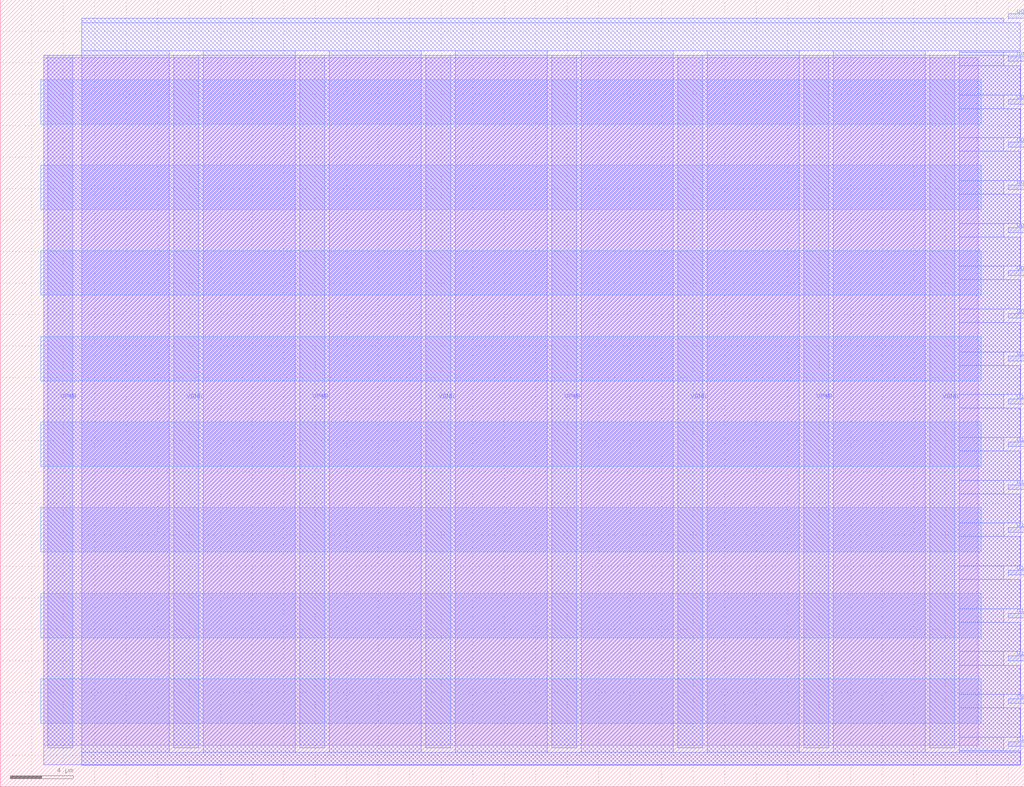
<source format=lef>
VERSION 5.7 ;
  NOWIREEXTENSIONATPIN ON ;
  DIVIDERCHAR "/" ;
  BUSBITCHARS "[]" ;
MACRO tt_um_micro_gfg_development_nco
  CLASS BLOCK ;
  FOREIGN tt_um_micro_gfg_development_nco ;
  ORIGIN 0.000 0.000 ;
  SIZE 65.000 BY 50.000 ;
  PIN VGND
    DIRECTION INOUT ;
    USE GROUND ;
    PORT
      LAYER met2 ;
        RECT 11.000 2.480 12.600 46.480 ;
    END
    PORT
      LAYER met2 ;
        RECT 27.000 2.480 28.600 46.480 ;
    END
    PORT
      LAYER met2 ;
        RECT 43.000 2.480 44.600 46.480 ;
    END
    PORT
      LAYER met2 ;
        RECT 59.000 2.480 60.600 46.480 ;
    END
  END VGND
  PIN VPWR
    DIRECTION INOUT ;
    USE POWER ;
    PORT
      LAYER met2 ;
        RECT 3.000 2.480 4.600 46.480 ;
    END
    PORT
      LAYER met2 ;
        RECT 19.000 2.480 20.600 46.480 ;
    END
    PORT
      LAYER met2 ;
        RECT 35.000 2.480 36.600 46.480 ;
    END
    PORT
      LAYER met2 ;
        RECT 51.000 2.480 52.600 46.480 ;
    END
  END VPWR
  PIN clk
    DIRECTION INPUT ;
    USE SIGNAL ;
    ANTENNAGATEAREA 0.852000 ;
    PORT
      LAYER met2 ;
        RECT 64.000 2.570 65.000 2.870 ;
    END
  END clk
  PIN rst_n
    DIRECTION INPUT ;
    USE SIGNAL ;
    ANTENNAGATEAREA 0.196500 ;
    PORT
      LAYER met2 ;
        RECT 64.000 5.290 65.000 5.590 ;
    END
  END rst_n
  PIN ui_in[0]
    DIRECTION INPUT ;
    USE SIGNAL ;
    ANTENNAGATEAREA 0.196500 ;
    PORT
      LAYER met2 ;
        RECT 64.000 8.010 65.000 8.310 ;
    END
  END ui_in[0]
  PIN ui_in[1]
    DIRECTION INPUT ;
    USE SIGNAL ;
    ANTENNAGATEAREA 0.196500 ;
    PORT
      LAYER met2 ;
        RECT 64.000 10.730 65.000 11.030 ;
    END
  END ui_in[1]
  PIN ui_in[2]
    DIRECTION INPUT ;
    USE SIGNAL ;
    ANTENNAGATEAREA 0.196500 ;
    PORT
      LAYER met2 ;
        RECT 64.000 13.450 65.000 13.750 ;
    END
  END ui_in[2]
  PIN ui_in[3]
    DIRECTION INPUT ;
    USE SIGNAL ;
    ANTENNAGATEAREA 0.196500 ;
    PORT
      LAYER met2 ;
        RECT 64.000 16.170 65.000 16.470 ;
    END
  END ui_in[3]
  PIN ui_in[4]
    DIRECTION INPUT ;
    USE SIGNAL ;
    ANTENNAGATEAREA 0.196500 ;
    PORT
      LAYER met2 ;
        RECT 64.000 18.890 65.000 19.190 ;
    END
  END ui_in[4]
  PIN ui_in[5]
    DIRECTION INPUT ;
    USE SIGNAL ;
    ANTENNAGATEAREA 0.196500 ;
    PORT
      LAYER met2 ;
        RECT 64.000 21.610 65.000 21.910 ;
    END
  END ui_in[5]
  PIN ui_in[6]
    DIRECTION INPUT ;
    USE SIGNAL ;
    ANTENNAGATEAREA 0.196500 ;
    PORT
      LAYER met2 ;
        RECT 64.000 24.330 65.000 24.630 ;
    END
  END ui_in[6]
  PIN ui_in[7]
    DIRECTION INPUT ;
    USE SIGNAL ;
    ANTENNAGATEAREA 0.196500 ;
    PORT
      LAYER met2 ;
        RECT 64.000 27.050 65.000 27.350 ;
    END
  END ui_in[7]
  PIN uo_out[0]
    DIRECTION OUTPUT ;
    USE SIGNAL ;
    ANTENNADIFFAREA 0.445500 ;
    PORT
      LAYER met2 ;
        RECT 64.000 29.770 65.000 30.070 ;
    END
  END uo_out[0]
  PIN uo_out[1]
    DIRECTION OUTPUT ;
    USE SIGNAL ;
    ANTENNADIFFAREA 0.445500 ;
    PORT
      LAYER met2 ;
        RECT 64.000 32.490 65.000 32.790 ;
    END
  END uo_out[1]
  PIN uo_out[2]
    DIRECTION OUTPUT ;
    USE SIGNAL ;
    ANTENNADIFFAREA 0.445500 ;
    PORT
      LAYER met2 ;
        RECT 64.000 35.210 65.000 35.510 ;
    END
  END uo_out[2]
  PIN uo_out[3]
    DIRECTION OUTPUT ;
    USE SIGNAL ;
    ANTENNADIFFAREA 0.445500 ;
    PORT
      LAYER met2 ;
        RECT 64.000 37.930 65.000 38.230 ;
    END
  END uo_out[3]
  PIN uo_out[4]
    DIRECTION OUTPUT ;
    USE SIGNAL ;
    ANTENNADIFFAREA 0.445500 ;
    PORT
      LAYER met2 ;
        RECT 64.000 40.650 65.000 40.950 ;
    END
  END uo_out[4]
  PIN uo_out[5]
    DIRECTION OUTPUT ;
    USE SIGNAL ;
    ANTENNADIFFAREA 0.445500 ;
    PORT
      LAYER met2 ;
        RECT 64.000 43.370 65.000 43.670 ;
    END
  END uo_out[5]
  PIN uo_out[6]
    DIRECTION OUTPUT ;
    USE SIGNAL ;
    ANTENNADIFFAREA 0.445500 ;
    PORT
      LAYER met2 ;
        RECT 64.000 46.090 65.000 46.390 ;
    END
  END uo_out[6]
  PIN uo_out[7]
    DIRECTION OUTPUT ;
    USE SIGNAL ;
    ANTENNADIFFAREA 0.795200 ;
    PORT
      LAYER met2 ;
        RECT 64.000 48.810 65.000 49.110 ;
    END
  END uo_out[7]
  OBS
      LAYER nwell ;
        RECT 2.570 42.105 62.290 44.935 ;
        RECT 2.570 36.665 62.290 39.495 ;
        RECT 2.570 31.225 62.290 34.055 ;
        RECT 2.570 25.785 62.290 28.615 ;
        RECT 2.570 20.345 62.290 23.175 ;
        RECT 2.570 14.905 62.290 17.735 ;
        RECT 2.570 9.465 62.290 12.295 ;
        RECT 2.570 4.025 62.290 6.855 ;
      LAYER li1 ;
        RECT 2.760 2.635 62.100 46.325 ;
      LAYER met1 ;
        RECT 2.760 1.400 64.790 46.480 ;
      LAYER met2 ;
        RECT 5.160 48.530 63.720 48.810 ;
        RECT 5.160 46.760 64.760 48.530 ;
        RECT 5.160 2.200 10.720 46.760 ;
        RECT 12.880 2.200 18.720 46.760 ;
        RECT 20.880 2.200 26.720 46.760 ;
        RECT 28.880 2.200 34.720 46.760 ;
        RECT 36.880 2.200 42.720 46.760 ;
        RECT 44.880 2.200 50.720 46.760 ;
        RECT 52.880 2.200 58.720 46.760 ;
        RECT 60.880 46.670 64.760 46.760 ;
        RECT 60.880 45.810 63.720 46.670 ;
        RECT 60.880 43.950 64.760 45.810 ;
        RECT 60.880 43.090 63.720 43.950 ;
        RECT 60.880 41.230 64.760 43.090 ;
        RECT 60.880 40.370 63.720 41.230 ;
        RECT 60.880 38.510 64.760 40.370 ;
        RECT 60.880 37.650 63.720 38.510 ;
        RECT 60.880 35.790 64.760 37.650 ;
        RECT 60.880 34.930 63.720 35.790 ;
        RECT 60.880 33.070 64.760 34.930 ;
        RECT 60.880 32.210 63.720 33.070 ;
        RECT 60.880 30.350 64.760 32.210 ;
        RECT 60.880 29.490 63.720 30.350 ;
        RECT 60.880 27.630 64.760 29.490 ;
        RECT 60.880 26.770 63.720 27.630 ;
        RECT 60.880 24.910 64.760 26.770 ;
        RECT 60.880 24.050 63.720 24.910 ;
        RECT 60.880 22.190 64.760 24.050 ;
        RECT 60.880 21.330 63.720 22.190 ;
        RECT 60.880 19.470 64.760 21.330 ;
        RECT 60.880 18.610 63.720 19.470 ;
        RECT 60.880 16.750 64.760 18.610 ;
        RECT 60.880 15.890 63.720 16.750 ;
        RECT 60.880 14.030 64.760 15.890 ;
        RECT 60.880 13.170 63.720 14.030 ;
        RECT 60.880 11.310 64.760 13.170 ;
        RECT 60.880 10.450 63.720 11.310 ;
        RECT 60.880 8.590 64.760 10.450 ;
        RECT 60.880 7.730 63.720 8.590 ;
        RECT 60.880 5.870 64.760 7.730 ;
        RECT 60.880 5.010 63.720 5.870 ;
        RECT 60.880 3.150 64.760 5.010 ;
        RECT 60.880 2.290 63.720 3.150 ;
        RECT 60.880 2.200 64.760 2.290 ;
        RECT 5.160 1.370 64.760 2.200 ;
  END
END tt_um_micro_gfg_development_nco
END LIBRARY


</source>
